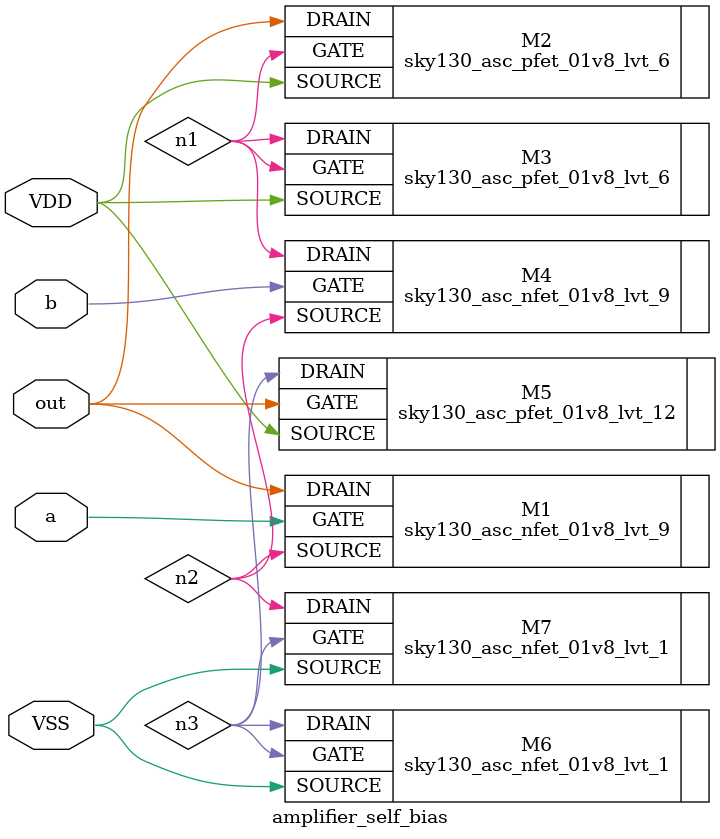
<source format=v>
module amplifier_self_bias (
    inout a,
    inout b,
    inout out,
    inout VSS,
    inout VDD
 );
    wire n1, n2, n3;
    sky130_asc_pfet_01v8_lvt_6 M3 (
        .GATE(n1),
        .SOURCE(VDD),
        .DRAIN(n1)
     );
    sky130_asc_pfet_01v8_lvt_6 M2 (
        .GATE(n1),
        .SOURCE(VDD),
        .DRAIN(out)
    );
    sky130_asc_nfet_01v8_lvt_9 M4 (
        .GATE(b),
        .SOURCE(n2),
        .DRAIN(n1)
    );
    sky130_asc_nfet_01v8_lvt_9 M1 (
        .GATE(a),
        .SOURCE(n2),
        .DRAIN(out)
    );
    sky130_asc_nfet_01v8_lvt_1 M7 (
        .GATE(n3),
        .SOURCE(VSS),
        .DRAIN(n2)
    );
    sky130_asc_nfet_01v8_lvt_1 M6 (
        .GATE(n3),
        .SOURCE(VSS),
        .DRAIN(n3)
    );
    sky130_asc_pfet_01v8_lvt_12 M5 (
        .GATE(out),
        .SOURCE(VDD),
        .DRAIN(n3)
    );
endmodule

</source>
